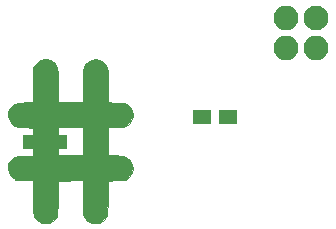
<source format=gbs>
G04 #@! TF.FileFunction,Soldermask,Bot*
%FSLAX46Y46*%
G04 Gerber Fmt 4.6, Leading zero omitted, Abs format (unit mm)*
G04 Created by KiCad (PCBNEW 4.0.7) date 07/12/18 15:29:07*
%MOMM*%
%LPD*%
G01*
G04 APERTURE LIST*
%ADD10C,0.100000*%
%ADD11C,0.010000*%
%ADD12C,2.100000*%
%ADD13O,2.100000X2.100000*%
%ADD14R,1.600000X1.300000*%
G04 APERTURE END LIST*
D10*
D11*
G36*
X111327377Y-101365684D02*
X111537362Y-101279140D01*
X111747907Y-101122399D01*
X111757399Y-101113878D01*
X111838724Y-101040112D01*
X111904917Y-100974225D01*
X111957669Y-100906889D01*
X111998668Y-100828775D01*
X112029605Y-100730555D01*
X112052169Y-100602898D01*
X112068050Y-100436477D01*
X112078938Y-100221963D01*
X112086521Y-99950026D01*
X112092490Y-99611338D01*
X112098000Y-99233333D01*
X112119167Y-97772833D01*
X114214667Y-97750187D01*
X114214667Y-99119219D01*
X114215338Y-99515347D01*
X114217610Y-99836097D01*
X114221866Y-100090751D01*
X114228492Y-100288591D01*
X114237873Y-100438895D01*
X114250394Y-100550947D01*
X114266441Y-100634026D01*
X114279348Y-100678080D01*
X114406900Y-100937706D01*
X114584982Y-101139513D01*
X114801320Y-101282462D01*
X115043638Y-101365516D01*
X115299664Y-101387637D01*
X115557124Y-101347787D01*
X115803742Y-101244928D01*
X116027246Y-101078022D01*
X116215361Y-100846031D01*
X116217882Y-100842000D01*
X116242613Y-100799330D01*
X116262671Y-100752800D01*
X116278703Y-100693211D01*
X116291358Y-100611362D01*
X116301286Y-100498055D01*
X116309134Y-100344090D01*
X116315553Y-100140267D01*
X116321190Y-99877386D01*
X116326695Y-99546249D01*
X116331334Y-99233333D01*
X116352500Y-97772833D01*
X117051000Y-97751666D01*
X117337449Y-97741389D01*
X117554774Y-97727356D01*
X117718516Y-97705114D01*
X117844214Y-97670209D01*
X117947410Y-97618186D01*
X118043644Y-97544591D01*
X118148454Y-97444971D01*
X118159442Y-97433972D01*
X118330205Y-97225251D01*
X118427891Y-97005543D01*
X118462953Y-96750040D01*
X118463458Y-96712512D01*
X118425159Y-96417151D01*
X118310836Y-96157041D01*
X118122871Y-95937317D01*
X118091501Y-95910633D01*
X117960226Y-95809658D01*
X117838749Y-95736591D01*
X117709449Y-95687027D01*
X117554703Y-95656562D01*
X117356891Y-95640789D01*
X117098390Y-95635304D01*
X116988860Y-95635000D01*
X116373667Y-95635000D01*
X116373667Y-93264333D01*
X116913417Y-93263298D01*
X117138969Y-93259437D01*
X117352261Y-93249696D01*
X117529024Y-93235554D01*
X117643667Y-93218795D01*
X117900385Y-93118906D01*
X118126862Y-92951518D01*
X118307454Y-92732530D01*
X118426520Y-92477839D01*
X118446611Y-92402698D01*
X118464132Y-92141309D01*
X118409318Y-91876271D01*
X118291126Y-91627596D01*
X118118515Y-91415295D01*
X117945995Y-91284345D01*
X117869958Y-91241732D01*
X117798858Y-91210779D01*
X117717230Y-91189271D01*
X117609607Y-91174994D01*
X117460523Y-91165735D01*
X117254512Y-91159277D01*
X117040417Y-91154682D01*
X116331334Y-91140530D01*
X116331334Y-89724572D01*
X116331130Y-89318512D01*
X116329516Y-88987481D01*
X116324983Y-88721841D01*
X116316024Y-88511956D01*
X116301132Y-88348187D01*
X116278799Y-88220898D01*
X116247517Y-88120450D01*
X116205780Y-88037207D01*
X116152080Y-87961530D01*
X116084910Y-87883782D01*
X116034888Y-87829282D01*
X115812198Y-87644836D01*
X115559694Y-87531837D01*
X115291954Y-87490348D01*
X115023553Y-87520433D01*
X114769067Y-87622154D01*
X114543071Y-87795575D01*
X114517174Y-87822705D01*
X114440084Y-87910739D01*
X114377285Y-87997362D01*
X114327322Y-88092095D01*
X114288738Y-88204460D01*
X114260078Y-88343975D01*
X114239885Y-88520162D01*
X114226704Y-88742540D01*
X114219078Y-89020631D01*
X114215551Y-89363954D01*
X114214668Y-89782030D01*
X114214667Y-89800683D01*
X114214667Y-91147666D01*
X112098000Y-91147666D01*
X112098000Y-89728140D01*
X112097731Y-89323145D01*
X112096046Y-88993093D01*
X112091634Y-88728259D01*
X112083179Y-88518921D01*
X112069370Y-88355354D01*
X112048893Y-88227834D01*
X112020434Y-88126639D01*
X111982679Y-88042043D01*
X111934316Y-87964323D01*
X111874032Y-87883755D01*
X111843682Y-87845265D01*
X111652678Y-87669355D01*
X111412348Y-87550083D01*
X111141397Y-87493690D01*
X110858533Y-87506418D01*
X110838919Y-87510030D01*
X110615709Y-87590165D01*
X110400897Y-87732606D01*
X110222015Y-87917185D01*
X110162243Y-88005767D01*
X110044834Y-88205500D01*
X110032208Y-89676583D01*
X110019583Y-91147666D01*
X109391947Y-91147666D01*
X109030833Y-91156500D01*
X108741369Y-91186178D01*
X108512079Y-91241468D01*
X108331489Y-91327137D01*
X108188122Y-91447953D01*
X108070502Y-91608681D01*
X108009646Y-91721892D01*
X107912015Y-92010015D01*
X107897104Y-92298067D01*
X107963639Y-92576438D01*
X108110346Y-92835516D01*
X108166288Y-92904056D01*
X108280650Y-93020470D01*
X108400941Y-93107656D01*
X108542027Y-93170096D01*
X108718778Y-93212273D01*
X108946059Y-93238669D01*
X109238739Y-93253765D01*
X109335750Y-93256612D01*
X109981334Y-93273380D01*
X109981334Y-95635000D01*
X112098000Y-95635000D01*
X112098000Y-93264333D01*
X114214667Y-93264333D01*
X114214667Y-95635000D01*
X112098000Y-95635000D01*
X109981334Y-95635000D01*
X109981334Y-95677333D01*
X109314584Y-95678263D01*
X109011571Y-95681985D01*
X108777940Y-95694856D01*
X108598563Y-95720864D01*
X108458311Y-95763997D01*
X108342058Y-95828246D01*
X108234674Y-95917598D01*
X108173729Y-95979080D01*
X108018110Y-96190880D01*
X107929445Y-96434390D01*
X107901709Y-96721808D01*
X107936933Y-97021447D01*
X108043101Y-97275088D01*
X108220948Y-97483864D01*
X108471214Y-97648908D01*
X108520834Y-97672616D01*
X108601609Y-97703219D01*
X108698226Y-97724834D01*
X108826301Y-97738919D01*
X109001452Y-97746934D01*
X109239294Y-97750337D01*
X109356917Y-97750737D01*
X110023667Y-97751666D01*
X110024597Y-99180416D01*
X110025141Y-99593988D01*
X110027311Y-99932325D01*
X110032793Y-100204863D01*
X110043278Y-100421034D01*
X110060454Y-100590272D01*
X110086010Y-100722010D01*
X110121636Y-100825682D01*
X110169020Y-100910720D01*
X110229851Y-100986559D01*
X110305818Y-101062631D01*
X110372678Y-101124536D01*
X110578365Y-101276565D01*
X110802364Y-101362578D01*
X111069860Y-101391918D01*
X111093943Y-101392097D01*
X111327377Y-101365684D01*
X111327377Y-101365684D01*
G37*
X111327377Y-101365684D02*
X111537362Y-101279140D01*
X111747907Y-101122399D01*
X111757399Y-101113878D01*
X111838724Y-101040112D01*
X111904917Y-100974225D01*
X111957669Y-100906889D01*
X111998668Y-100828775D01*
X112029605Y-100730555D01*
X112052169Y-100602898D01*
X112068050Y-100436477D01*
X112078938Y-100221963D01*
X112086521Y-99950026D01*
X112092490Y-99611338D01*
X112098000Y-99233333D01*
X112119167Y-97772833D01*
X114214667Y-97750187D01*
X114214667Y-99119219D01*
X114215338Y-99515347D01*
X114217610Y-99836097D01*
X114221866Y-100090751D01*
X114228492Y-100288591D01*
X114237873Y-100438895D01*
X114250394Y-100550947D01*
X114266441Y-100634026D01*
X114279348Y-100678080D01*
X114406900Y-100937706D01*
X114584982Y-101139513D01*
X114801320Y-101282462D01*
X115043638Y-101365516D01*
X115299664Y-101387637D01*
X115557124Y-101347787D01*
X115803742Y-101244928D01*
X116027246Y-101078022D01*
X116215361Y-100846031D01*
X116217882Y-100842000D01*
X116242613Y-100799330D01*
X116262671Y-100752800D01*
X116278703Y-100693211D01*
X116291358Y-100611362D01*
X116301286Y-100498055D01*
X116309134Y-100344090D01*
X116315553Y-100140267D01*
X116321190Y-99877386D01*
X116326695Y-99546249D01*
X116331334Y-99233333D01*
X116352500Y-97772833D01*
X117051000Y-97751666D01*
X117337449Y-97741389D01*
X117554774Y-97727356D01*
X117718516Y-97705114D01*
X117844214Y-97670209D01*
X117947410Y-97618186D01*
X118043644Y-97544591D01*
X118148454Y-97444971D01*
X118159442Y-97433972D01*
X118330205Y-97225251D01*
X118427891Y-97005543D01*
X118462953Y-96750040D01*
X118463458Y-96712512D01*
X118425159Y-96417151D01*
X118310836Y-96157041D01*
X118122871Y-95937317D01*
X118091501Y-95910633D01*
X117960226Y-95809658D01*
X117838749Y-95736591D01*
X117709449Y-95687027D01*
X117554703Y-95656562D01*
X117356891Y-95640789D01*
X117098390Y-95635304D01*
X116988860Y-95635000D01*
X116373667Y-95635000D01*
X116373667Y-93264333D01*
X116913417Y-93263298D01*
X117138969Y-93259437D01*
X117352261Y-93249696D01*
X117529024Y-93235554D01*
X117643667Y-93218795D01*
X117900385Y-93118906D01*
X118126862Y-92951518D01*
X118307454Y-92732530D01*
X118426520Y-92477839D01*
X118446611Y-92402698D01*
X118464132Y-92141309D01*
X118409318Y-91876271D01*
X118291126Y-91627596D01*
X118118515Y-91415295D01*
X117945995Y-91284345D01*
X117869958Y-91241732D01*
X117798858Y-91210779D01*
X117717230Y-91189271D01*
X117609607Y-91174994D01*
X117460523Y-91165735D01*
X117254512Y-91159277D01*
X117040417Y-91154682D01*
X116331334Y-91140530D01*
X116331334Y-89724572D01*
X116331130Y-89318512D01*
X116329516Y-88987481D01*
X116324983Y-88721841D01*
X116316024Y-88511956D01*
X116301132Y-88348187D01*
X116278799Y-88220898D01*
X116247517Y-88120450D01*
X116205780Y-88037207D01*
X116152080Y-87961530D01*
X116084910Y-87883782D01*
X116034888Y-87829282D01*
X115812198Y-87644836D01*
X115559694Y-87531837D01*
X115291954Y-87490348D01*
X115023553Y-87520433D01*
X114769067Y-87622154D01*
X114543071Y-87795575D01*
X114517174Y-87822705D01*
X114440084Y-87910739D01*
X114377285Y-87997362D01*
X114327322Y-88092095D01*
X114288738Y-88204460D01*
X114260078Y-88343975D01*
X114239885Y-88520162D01*
X114226704Y-88742540D01*
X114219078Y-89020631D01*
X114215551Y-89363954D01*
X114214668Y-89782030D01*
X114214667Y-89800683D01*
X114214667Y-91147666D01*
X112098000Y-91147666D01*
X112098000Y-89728140D01*
X112097731Y-89323145D01*
X112096046Y-88993093D01*
X112091634Y-88728259D01*
X112083179Y-88518921D01*
X112069370Y-88355354D01*
X112048893Y-88227834D01*
X112020434Y-88126639D01*
X111982679Y-88042043D01*
X111934316Y-87964323D01*
X111874032Y-87883755D01*
X111843682Y-87845265D01*
X111652678Y-87669355D01*
X111412348Y-87550083D01*
X111141397Y-87493690D01*
X110858533Y-87506418D01*
X110838919Y-87510030D01*
X110615709Y-87590165D01*
X110400897Y-87732606D01*
X110222015Y-87917185D01*
X110162243Y-88005767D01*
X110044834Y-88205500D01*
X110032208Y-89676583D01*
X110019583Y-91147666D01*
X109391947Y-91147666D01*
X109030833Y-91156500D01*
X108741369Y-91186178D01*
X108512079Y-91241468D01*
X108331489Y-91327137D01*
X108188122Y-91447953D01*
X108070502Y-91608681D01*
X108009646Y-91721892D01*
X107912015Y-92010015D01*
X107897104Y-92298067D01*
X107963639Y-92576438D01*
X108110346Y-92835516D01*
X108166288Y-92904056D01*
X108280650Y-93020470D01*
X108400941Y-93107656D01*
X108542027Y-93170096D01*
X108718778Y-93212273D01*
X108946059Y-93238669D01*
X109238739Y-93253765D01*
X109335750Y-93256612D01*
X109981334Y-93273380D01*
X109981334Y-95635000D01*
X112098000Y-95635000D01*
X112098000Y-93264333D01*
X114214667Y-93264333D01*
X114214667Y-95635000D01*
X112098000Y-95635000D01*
X109981334Y-95635000D01*
X109981334Y-95677333D01*
X109314584Y-95678263D01*
X109011571Y-95681985D01*
X108777940Y-95694856D01*
X108598563Y-95720864D01*
X108458311Y-95763997D01*
X108342058Y-95828246D01*
X108234674Y-95917598D01*
X108173729Y-95979080D01*
X108018110Y-96190880D01*
X107929445Y-96434390D01*
X107901709Y-96721808D01*
X107936933Y-97021447D01*
X108043101Y-97275088D01*
X108220948Y-97483864D01*
X108471214Y-97648908D01*
X108520834Y-97672616D01*
X108601609Y-97703219D01*
X108698226Y-97724834D01*
X108826301Y-97738919D01*
X109001452Y-97746934D01*
X109239294Y-97750337D01*
X109356917Y-97750737D01*
X110023667Y-97751666D01*
X110024597Y-99180416D01*
X110025141Y-99593988D01*
X110027311Y-99932325D01*
X110032793Y-100204863D01*
X110043278Y-100421034D01*
X110060454Y-100590272D01*
X110086010Y-100722010D01*
X110121636Y-100825682D01*
X110169020Y-100910720D01*
X110229851Y-100986559D01*
X110305818Y-101062631D01*
X110372678Y-101124536D01*
X110578365Y-101276565D01*
X110802364Y-101362578D01*
X111069860Y-101391918D01*
X111093943Y-101392097D01*
X111327377Y-101365684D01*
D12*
X133930000Y-83990000D03*
D13*
X133930000Y-86530000D03*
X131390000Y-83990000D03*
X131390000Y-86530000D03*
D14*
X126490000Y-92370000D03*
X124290000Y-92370000D03*
X112090000Y-94490000D03*
X109890000Y-94490000D03*
M02*

</source>
